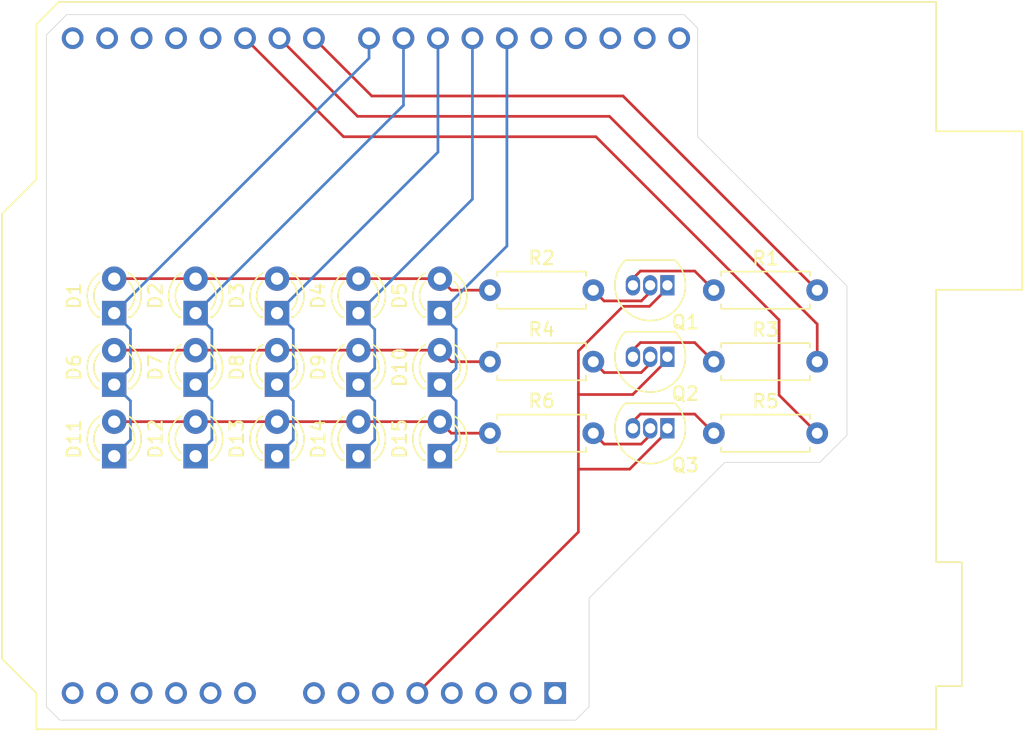
<source format=kicad_pcb>
(kicad_pcb (version 20240108) (generator "pcbnew") (generator_version "8.0")
  (layers (0 "F.Cu" signal) (31 "B.Cu" signal) (34 "B.Paste" user) (35 "F.Paste" user) (36 "B.SilkS" user "B.Silkscreen") (37 "F.SilkS" user "F.Silkscreen") (38 "B.Mask" user) (39 "F.Mask" user) (44 "Edge.Cuts" user))
  (net 0 "")
  (net 1 "Net-(A1-D6)")
  (net 11 "+5V")
  (net 19 "Net-(A1-D5)")
  (net 20 "Net-(A1-D10)")
  (net 21 "Net-(A1-D9)")
  (net 23 "Net-(A1-D7)")
  (net 24 "Net-(A1-D11)")
  (net 25 "Net-(A1-D12)")
  (net 32 "Net-(A1-D8)")
  (net 33 "Net-(D1-A)")
  (net 34 "Net-(D10-A)")
  (net 35 "Net-(D11-A)")
  (net 36 "Net-(Q1-B)")
  (net 37 "Net-(Q1-C)")
  (net 38 "Net-(Q2-B)")
  (net 39 "Net-(Q2-C)")
  (net 40 "Net-(Q3-B)")
  (net 41 "Net-(Q3-C)")
  (footprint "Resistor_THT:R_Axial_DIN0207_L6.3mm_D2.5mm_P7.62mm_Horizontal" (layer "F.Cu") (at 170.81 81.81 180)
    (property "Reference" "R1" (at 3.81 2.35 180) (layer "F.SilkS"))
    (property "Value" "1k")
    (fp_line (start 7.08 1.37) (end 7.08 1.04) (stroke (width 0.12)) (layer "F.SilkS"))
    (fp_line (start 7.08 -1.37) (end 7.08 -1.04) (stroke (width 0.12)) (layer "F.SilkS"))
    (fp_line (start 0.54 1.37) (end 7.08 1.37) (stroke (width 0.12)) (layer "F.SilkS"))
    (fp_line (start 0.54 1.04) (end 0.54 1.37) (stroke (width 0.12)) (layer "F.SilkS"))
    (fp_line (start 0.54 -1.04) (end 0.54 -1.37) (stroke (width 0.12)) (layer "F.SilkS"))
    (fp_line (start 0.54 -1.37) (end 7.08 -1.37) (stroke (width 0.12)) (layer "F.SilkS"))
    (pad "1" thru_hole circle (at 0 0 180) (size 1.6 1.6) (drill 0.8) (layers "*.Cu" "*.Mask") (net 23 "Net-(A1-D7)"))
    (pad "2" thru_hole oval (at 7.62 0 180) (size 1.6 1.6) (drill 0.8) (layers "*.Cu" "*.Mask") (net 36 "Net-(Q1-B)"))
  )
  (footprint "Resistor_THT:R_Axial_DIN0207_L6.3mm_D2.5mm_P7.62mm_Horizontal" (layer "F.Cu") (at 146.69 92.35)
    (property "Reference" "R6" (at 3.81 -2.37 0) (layer "F.SilkS"))
    (property "Value" "2.2k")
    (fp_line (start 0.54 -1.37) (end 7.08 -1.37) (stroke (width 0.12)) (layer "F.SilkS"))
    (fp_line (start 0.54 -1.04) (end 0.54 -1.37) (stroke (width 0.12)) (layer "F.SilkS"))
    (fp_line (start 0.54 1.04) (end 0.54 1.37) (stroke (width 0.12)) (layer "F.SilkS"))
    (fp_line (start 0.54 1.37) (end 7.08 1.37) (stroke (width 0.12)) (layer "F.SilkS"))
    (fp_line (start 7.08 -1.37) (end 7.08 -1.04) (stroke (width 0.12)) (layer "F.SilkS"))
    (fp_line (start 7.08 1.37) (end 7.08 1.04) (stroke (width 0.12)) (layer "F.SilkS"))
    (pad "1" thru_hole circle (at 0 0) (size 1.6 1.6) (drill 0.8) (layers "*.Cu" "*.Mask") (net 35 "Net-(D11-A)"))
    (pad "2" thru_hole oval (at 7.62 0) (size 1.6 1.6) (drill 0.8) (layers "*.Cu" "*.Mask") (net 41 "Net-(Q3-C)"))
  )
  (footprint "LED_THT:LED_D3.0mm" (layer "F.Cu") (at 119 88.77 90)
    (property "Reference" "D6" (at 1.27 -2.96 -90) (layer "F.SilkS"))
    (property "Value" "LED_45deg")
    (fp_line (start -0.29 -1.236) (end -0.29 -1.08) (stroke (width 0.12)) (layer "F.SilkS"))
    (fp_line (start -0.29 1.08) (end -0.29 1.236) (stroke (width 0.12)) (layer "F.SilkS"))
    (fp_arc (start -0.29 -1.235516) (mid 1.366487 -1.987659) (end 2.942335 -1.078608) (stroke (width 0.12)) (layer "F.SilkS"))
    (fp_arc (start 0.229039 -1.08) (mid 1.270117 -1.5) (end 2.31113 -1.079837) (stroke (width 0.12)) (layer "F.SilkS"))
    (fp_arc (start 2.942335 1.078608) (mid 1.366487 1.987659) (end -0.29 1.235516) (stroke (width 0.12)) (layer "F.SilkS"))
    (fp_arc (start 2.31113 1.079837) (mid 1.270117 1.5) (end 0.229039 1.08) (stroke (width 0.12)) (layer "F.SilkS"))
    (pad "1" thru_hole rect (at 0 0 90) (size 1.8 1.8) (drill 0.9) (layers "*.Cu" "*.Mask") (net 32 "Net-(A1-D8)"))
    (pad "2" thru_hole circle (at 2.54 0 90) (size 1.8 1.8) (drill 0.9) (layers "*.Cu" "*.Mask") (net 34 "Net-(D10-A)"))
  )
  (footprint "LED_THT:LED_D3.0mm" (layer "F.Cu") (at 143 88.77 90)
    (property "Reference" "D10" (at 1.27 -2.96 -90) (layer "F.SilkS"))
    (property "Value" "LED_45deg")
    (fp_line (start -0.29 -1.236) (end -0.29 -1.08) (stroke (width 0.12)) (layer "F.SilkS"))
    (fp_line (start -0.29 1.08) (end -0.29 1.236) (stroke (width 0.12)) (layer "F.SilkS"))
    (fp_arc (start -0.29 -1.235516) (mid 1.366487 -1.987659) (end 2.942335 -1.078608) (stroke (width 0.12)) (layer "F.SilkS"))
    (fp_arc (start 0.229039 -1.08) (mid 1.270117 -1.5) (end 2.31113 -1.079837) (stroke (width 0.12)) (layer "F.SilkS"))
    (fp_arc (start 2.942335 1.078608) (mid 1.366487 1.987659) (end -0.29 1.235516) (stroke (width 0.12)) (layer "F.SilkS"))
    (fp_arc (start 2.31113 1.079837) (mid 1.270117 1.5) (end 0.229039 1.08) (stroke (width 0.12)) (layer "F.SilkS"))
    (pad "1" thru_hole rect (at 0 0 90) (size 1.8 1.8) (drill 0.9) (layers "*.Cu" "*.Mask") (net 25 "Net-(A1-D12)"))
    (pad "2" thru_hole circle (at 2.54 0 90) (size 1.8 1.8) (drill 0.9) (layers "*.Cu" "*.Mask") (net 34 "Net-(D10-A)"))
  )
  (footprint "LED_THT:LED_D3.0mm" (layer "F.Cu") (at 143 94.04 90)
    (property "Reference" "D15" (at 1.27 -2.96 -90) (layer "F.SilkS"))
    (property "Value" "LED_45deg")
    (fp_line (start -0.29 -1.236) (end -0.29 -1.08) (stroke (width 0.12)) (layer "F.SilkS"))
    (fp_line (start -0.29 1.08) (end -0.29 1.236) (stroke (width 0.12)) (layer "F.SilkS"))
    (fp_arc (start -0.29 -1.235516) (mid 1.366487 -1.987659) (end 2.942335 -1.078608) (stroke (width 0.12)) (layer "F.SilkS"))
    (fp_arc (start 0.229039 -1.08) (mid 1.270117 -1.5) (end 2.31113 -1.079837) (stroke (width 0.12)) (layer "F.SilkS"))
    (fp_arc (start 2.942335 1.078608) (mid 1.366487 1.987659) (end -0.29 1.235516) (stroke (width 0.12)) (layer "F.SilkS"))
    (fp_arc (start 2.31113 1.079837) (mid 1.270117 1.5) (end 0.229039 1.08) (stroke (width 0.12)) (layer "F.SilkS"))
    (pad "1" thru_hole rect (at 0 0 90) (size 1.8 1.8) (drill 0.9) (layers "*.Cu" "*.Mask") (net 25 "Net-(A1-D12)"))
    (pad "2" thru_hole circle (at 2.54 0 90) (size 1.8 1.8) (drill 0.9) (layers "*.Cu" "*.Mask") (net 35 "Net-(D11-A)"))
  )
  (footprint "LED_THT:LED_D3.0mm" (layer "F.Cu") (at 119 94.04 90)
    (property "Reference" "D11" (at 1.27 -2.96 -90) (layer "F.SilkS"))
    (property "Value" "LED_45deg")
    (fp_line (start -0.29 -1.236) (end -0.29 -1.08) (stroke (width 0.12)) (layer "F.SilkS"))
    (fp_line (start -0.29 1.08) (end -0.29 1.236) (stroke (width 0.12)) (layer "F.SilkS"))
    (fp_arc (start -0.29 -1.235516) (mid 1.366487 -1.987659) (end 2.942335 -1.078608) (stroke (width 0.12)) (layer "F.SilkS"))
    (fp_arc (start 0.229039 -1.08) (mid 1.270117 -1.5) (end 2.31113 -1.079837) (stroke (width 0.12)) (layer "F.SilkS"))
    (fp_arc (start 2.942335 1.078608) (mid 1.366487 1.987659) (end -0.29 1.235516) (stroke (width 0.12)) (layer "F.SilkS"))
    (fp_arc (start 2.31113 1.079837) (mid 1.270117 1.5) (end 0.229039 1.08) (stroke (width 0.12)) (layer "F.SilkS"))
    (pad "1" thru_hole rect (at 0 0 90) (size 1.8 1.8) (drill 0.9) (layers "*.Cu" "*.Mask") (net 32 "Net-(A1-D8)"))
    (pad "2" thru_hole circle (at 2.54 0 90) (size 1.8 1.8) (drill 0.9) (layers "*.Cu" "*.Mask") (net 35 "Net-(D11-A)"))
  )
  (footprint "LED_THT:LED_D3.0mm" (layer "F.Cu") (at 125 83.5 90)
    (property "Reference" "D2" (at 1.27 -2.96 -90) (layer "F.SilkS"))
    (property "Value" "LED_45deg")
    (fp_line (start -0.29 -1.236) (end -0.29 -1.08) (stroke (width 0.12)) (layer "F.SilkS"))
    (fp_line (start -0.29 1.08) (end -0.29 1.236) (stroke (width 0.12)) (layer "F.SilkS"))
    (fp_arc (start -0.29 -1.235516) (mid 1.366487 -1.987659) (end 2.942335 -1.078608) (stroke (width 0.12)) (layer "F.SilkS"))
    (fp_arc (start 0.229039 -1.08) (mid 1.270117 -1.5) (end 2.31113 -1.079837) (stroke (width 0.12)) (layer "F.SilkS"))
    (fp_arc (start 2.942335 1.078608) (mid 1.366487 1.987659) (end -0.29 1.235516) (stroke (width 0.12)) (layer "F.SilkS"))
    (fp_arc (start 2.31113 1.079837) (mid 1.270117 1.5) (end 0.229039 1.08) (stroke (width 0.12)) (layer "F.SilkS"))
    (pad "1" thru_hole rect (at 0 0 90) (size 1.8 1.8) (drill 0.9) (layers "*.Cu" "*.Mask") (net 21 "Net-(A1-D9)"))
    (pad "2" thru_hole circle (at 2.54 0 90) (size 1.8 1.8) (drill 0.9) (layers "*.Cu" "*.Mask") (net 33 "Net-(D1-A)"))
  )
  (footprint "LED_THT:LED_D3.0mm" (layer "F.Cu") (at 131 94.04 90)
    (property "Reference" "D13" (at 1.27 -2.96 -90) (layer "F.SilkS"))
    (property "Value" "LED_45deg")
    (fp_line (start -0.29 -1.236) (end -0.29 -1.08) (stroke (width 0.12)) (layer "F.SilkS"))
    (fp_line (start -0.29 1.08) (end -0.29 1.236) (stroke (width 0.12)) (layer "F.SilkS"))
    (fp_arc (start -0.29 -1.235516) (mid 1.366487 -1.987659) (end 2.942335 -1.078608) (stroke (width 0.12)) (layer "F.SilkS"))
    (fp_arc (start 0.229039 -1.08) (mid 1.270117 -1.5) (end 2.31113 -1.079837) (stroke (width 0.12)) (layer "F.SilkS"))
    (fp_arc (start 2.942335 1.078608) (mid 1.366487 1.987659) (end -0.29 1.235516) (stroke (width 0.12)) (layer "F.SilkS"))
    (fp_arc (start 2.31113 1.079837) (mid 1.270117 1.5) (end 0.229039 1.08) (stroke (width 0.12)) (layer "F.SilkS"))
    (pad "1" thru_hole rect (at 0 0 90) (size 1.8 1.8) (drill 0.9) (layers "*.Cu" "*.Mask") (net 20 "Net-(A1-D10)"))
    (pad "2" thru_hole circle (at 2.54 0 90) (size 1.8 1.8) (drill 0.9) (layers "*.Cu" "*.Mask") (net 35 "Net-(D11-A)"))
  )
  (footprint "Package_TO_SOT_THT:TO-92_Inline" (layer "F.Cu") (at 159.77 81.45 180)
    (property "Reference" "Q1" (at -1.317475 -2.717092 180) (layer "F.SilkS"))
    (property "Value" "Q_PNP_ECB")
    (fp_line (start -0.53 1.85) (end 3.07 1.85) (stroke (width 0.12)) (layer "F.SilkS"))
    (fp_arc (start 1.27 -2.6) (mid 3.672087 -0.994977) (end 3.108478 1.838478) (stroke (width 0.12)) (layer "F.SilkS"))
    (fp_arc (start -0.568478 1.838478) (mid -1.132087 -0.994977) (end 1.27 -2.6) (stroke (width 0.12)) (layer "F.SilkS"))
    (pad "1" thru_hole rect (at 0 0 180) (size 1.05 1.5) (drill 0.75) (layers "*.Cu" "*.Mask") (net 11 "+5V"))
    (pad "2" thru_hole oval (at 1.27 0 180) (size 1.05 1.5) (drill 0.75) (layers "*.Cu" "*.Mask") (net 37 "Net-(Q1-C)"))
    (pad "3" thru_hole oval (at 2.54 0 180) (size 1.05 1.5) (drill 0.75) (layers "*.Cu" "*.Mask") (net 36 "Net-(Q1-B)"))
  )
  (footprint "Package_TO_SOT_THT:TO-92_Inline" (layer "F.Cu") (at 159.77 91.99 180)
    (property "Reference" "Q3" (at -1.317475 -2.717092 180) (layer "F.SilkS"))
    (property "Value" "Q_PNP_ECB")
    (fp_line (start -0.53 1.85) (end 3.07 1.85) (stroke (width 0.12)) (layer "F.SilkS"))
    (fp_arc (start 1.27 -2.6) (mid 3.672087 -0.994977) (end 3.108478 1.838478) (stroke (width 0.12)) (layer "F.SilkS"))
    (fp_arc (start -0.568478 1.838478) (mid -1.132087 -0.994977) (end 1.27 -2.6) (stroke (width 0.12)) (layer "F.SilkS"))
    (pad "1" thru_hole rect (at 0 0 180) (size 1.05 1.5) (drill 0.75) (layers "*.Cu" "*.Mask") (net 11 "+5V"))
    (pad "2" thru_hole oval (at 1.27 0 180) (size 1.05 1.5) (drill 0.75) (layers "*.Cu" "*.Mask") (net 41 "Net-(Q3-C)"))
    (pad "3" thru_hole oval (at 2.54 0 180) (size 1.05 1.5) (drill 0.75) (layers "*.Cu" "*.Mask") (net 40 "Net-(Q3-B)"))
  )
  (footprint "LED_THT:LED_D3.0mm" (layer "F.Cu") (at 137 94.04 90)
    (property "Reference" "D14" (at 1.27 -2.96 -90) (layer "F.SilkS"))
    (property "Value" "LED_45deg")
    (fp_line (start -0.29 -1.236) (end -0.29 -1.08) (stroke (width 0.12)) (layer "F.SilkS"))
    (fp_line (start -0.29 1.08) (end -0.29 1.236) (stroke (width 0.12)) (layer "F.SilkS"))
    (fp_arc (start -0.29 -1.235516) (mid 1.366487 -1.987659) (end 2.942335 -1.078608) (stroke (width 0.12)) (layer "F.SilkS"))
    (fp_arc (start 0.229039 -1.08) (mid 1.270117 -1.5) (end 2.31113 -1.079837) (stroke (width 0.12)) (layer "F.SilkS"))
    (fp_arc (start 2.942335 1.078608) (mid 1.366487 1.987659) (end -0.29 1.235516) (stroke (width 0.12)) (layer "F.SilkS"))
    (fp_arc (start 2.31113 1.079837) (mid 1.270117 1.5) (end 0.229039 1.08) (stroke (width 0.12)) (layer "F.SilkS"))
    (pad "1" thru_hole rect (at 0 0 90) (size 1.8 1.8) (drill 0.9) (layers "*.Cu" "*.Mask") (net 24 "Net-(A1-D11)"))
    (pad "2" thru_hole circle (at 2.54 0 90) (size 1.8 1.8) (drill 0.9) (layers "*.Cu" "*.Mask") (net 35 "Net-(D11-A)"))
  )
  (footprint "Resistor_THT:R_Axial_DIN0207_L6.3mm_D2.5mm_P7.62mm_Horizontal" (layer "F.Cu") (at 146.69 81.81)
    (property "Reference" "R2" (at 3.81 -2.37 0) (layer "F.SilkS"))
    (property "Value" "2.2k")
    (fp_line (start 0.54 -1.37) (end 7.08 -1.37) (stroke (width 0.12)) (layer "F.SilkS"))
    (fp_line (start 0.54 -1.04) (end 0.54 -1.37) (stroke (width 0.12)) (layer "F.SilkS"))
    (fp_line (start 0.54 1.04) (end 0.54 1.37) (stroke (width 0.12)) (layer "F.SilkS"))
    (fp_line (start 0.54 1.37) (end 7.08 1.37) (stroke (width 0.12)) (layer "F.SilkS"))
    (fp_line (start 7.08 -1.37) (end 7.08 -1.04) (stroke (width 0.12)) (layer "F.SilkS"))
    (fp_line (start 7.08 1.37) (end 7.08 1.04) (stroke (width 0.12)) (layer "F.SilkS"))
    (pad "1" thru_hole circle (at 0 0) (size 1.6 1.6) (drill 0.8) (layers "*.Cu" "*.Mask") (net 33 "Net-(D1-A)"))
    (pad "2" thru_hole oval (at 7.62 0) (size 1.6 1.6) (drill 0.8) (layers "*.Cu" "*.Mask") (net 37 "Net-(Q1-C)"))
  )
  (footprint "LED_THT:LED_D3.0mm" (layer "F.Cu") (at 131 83.5 90)
    (property "Reference" "D3" (at 1.27 -2.96 -90) (layer "F.SilkS"))
    (property "Value" "LED_45deg")
    (fp_line (start -0.29 -1.236) (end -0.29 -1.08) (stroke (width 0.12)) (layer "F.SilkS"))
    (fp_line (start -0.29 1.08) (end -0.29 1.236) (stroke (width 0.12)) (layer "F.SilkS"))
    (fp_arc (start -0.29 -1.235516) (mid 1.366487 -1.987659) (end 2.942335 -1.078608) (stroke (width 0.12)) (layer "F.SilkS"))
    (fp_arc (start 0.229039 -1.08) (mid 1.270117 -1.5) (end 2.31113 -1.079837) (stroke (width 0.12)) (layer "F.SilkS"))
    (fp_arc (start 2.942335 1.078608) (mid 1.366487 1.987659) (end -0.29 1.235516) (stroke (width 0.12)) (layer "F.SilkS"))
    (fp_arc (start 2.31113 1.079837) (mid 1.270117 1.5) (end 0.229039 1.08) (stroke (width 0.12)) (layer "F.SilkS"))
    (pad "1" thru_hole rect (at 0 0 90) (size 1.8 1.8) (drill 0.9) (layers "*.Cu" "*.Mask") (net 20 "Net-(A1-D10)"))
    (pad "2" thru_hole circle (at 2.54 0 90) (size 1.8 1.8) (drill 0.9) (layers "*.Cu" "*.Mask") (net 33 "Net-(D1-A)"))
  )
  (footprint "LED_THT:LED_D3.0mm" (layer "F.Cu") (at 119 83.5 90)
    (property "Reference" "D1" (at 1.27 -2.96 -90) (layer "F.SilkS"))
    (property "Value" "LED_45deg")
    (fp_line (start -0.29 -1.236) (end -0.29 -1.08) (stroke (width 0.12)) (layer "F.SilkS"))
    (fp_line (start -0.29 1.08) (end -0.29 1.236) (stroke (width 0.12)) (layer "F.SilkS"))
    (fp_arc (start -0.29 -1.235516) (mid 1.366487 -1.987659) (end 2.942335 -1.078608) (stroke (width 0.12)) (layer "F.SilkS"))
    (fp_arc (start 0.229039 -1.08) (mid 1.270117 -1.5) (end 2.31113 -1.079837) (stroke (width 0.12)) (layer "F.SilkS"))
    (fp_arc (start 2.942335 1.078608) (mid 1.366487 1.987659) (end -0.29 1.235516) (stroke (width 0.12)) (layer "F.SilkS"))
    (fp_arc (start 2.31113 1.079837) (mid 1.270117 1.5) (end 0.229039 1.08) (stroke (width 0.12)) (layer "F.SilkS"))
    (pad "1" thru_hole rect (at 0 0 90) (size 1.8 1.8) (drill 0.9) (layers "*.Cu" "*.Mask") (net 32 "Net-(A1-D8)"))
    (pad "2" thru_hole circle (at 2.54 0 90) (size 1.8 1.8) (drill 0.9) (layers "*.Cu" "*.Mask") (net 33 "Net-(D1-A)"))
  )
  (footprint "Resistor_THT:R_Axial_DIN0207_L6.3mm_D2.5mm_P7.62mm_Horizontal" (layer "F.Cu") (at 170.81 92.35 180)
    (property "Reference" "R5" (at 3.81 2.35 180) (layer "F.SilkS"))
    (property "Value" "1k")
    (fp_line (start 7.08 1.37) (end 7.08 1.04) (stroke (width 0.12)) (layer "F.SilkS"))
    (fp_line (start 7.08 -1.37) (end 7.08 -1.04) (stroke (width 0.12)) (layer "F.SilkS"))
    (fp_line (start 0.54 1.37) (end 7.08 1.37) (stroke (width 0.12)) (layer "F.SilkS"))
    (fp_line (start 0.54 1.04) (end 0.54 1.37) (stroke (width 0.12)) (layer "F.SilkS"))
    (fp_line (start 0.54 -1.04) (end 0.54 -1.37) (stroke (width 0.12)) (layer "F.SilkS"))
    (fp_line (start 0.54 -1.37) (end 7.08 -1.37) (stroke (width 0.12)) (layer "F.SilkS"))
    (pad "1" thru_hole circle (at 0 0 180) (size 1.6 1.6) (drill 0.8) (layers "*.Cu" "*.Mask") (net 19 "Net-(A1-D5)"))
    (pad "2" thru_hole oval (at 7.62 0 180) (size 1.6 1.6) (drill 0.8) (layers "*.Cu" "*.Mask") (net 40 "Net-(Q3-B)"))
  )
  (footprint "LED_THT:LED_D3.0mm" (layer "F.Cu") (at 137 88.77 90)
    (property "Reference" "D9" (at 1.27 -2.96 -90) (layer "F.SilkS"))
    (property "Value" "LED_45deg")
    (fp_line (start -0.29 -1.236) (end -0.29 -1.08) (stroke (width 0.12)) (layer "F.SilkS"))
    (fp_line (start -0.29 1.08) (end -0.29 1.236) (stroke (width 0.12)) (layer "F.SilkS"))
    (fp_arc (start -0.29 -1.235516) (mid 1.366487 -1.987659) (end 2.942335 -1.078608) (stroke (width 0.12)) (layer "F.SilkS"))
    (fp_arc (start 0.229039 -1.08) (mid 1.270117 -1.5) (end 2.31113 -1.079837) (stroke (width 0.12)) (layer "F.SilkS"))
    (fp_arc (start 2.942335 1.078608) (mid 1.366487 1.987659) (end -0.29 1.235516) (stroke (width 0.12)) (layer "F.SilkS"))
    (fp_arc (start 2.31113 1.079837) (mid 1.270117 1.5) (end 0.229039 1.08) (stroke (width 0.12)) (layer "F.SilkS"))
    (pad "1" thru_hole rect (at 0 0 90) (size 1.8 1.8) (drill 0.9) (layers "*.Cu" "*.Mask") (net 24 "Net-(A1-D11)"))
    (pad "2" thru_hole circle (at 2.54 0 90) (size 1.8 1.8) (drill 0.9) (layers "*.Cu" "*.Mask") (net 34 "Net-(D10-A)"))
  )
  (footprint "LED_THT:LED_D3.0mm" (layer "F.Cu") (at 137 83.5 90)
    (property "Reference" "D4" (at 1.27 -2.96 -90) (layer "F.SilkS"))
    (property "Value" "LED_45deg")
    (fp_line (start -0.29 -1.236) (end -0.29 -1.08) (stroke (width 0.12)) (layer "F.SilkS"))
    (fp_line (start -0.29 1.08) (end -0.29 1.236) (stroke (width 0.12)) (layer "F.SilkS"))
    (fp_arc (start -0.29 -1.235516) (mid 1.366487 -1.987659) (end 2.942335 -1.078608) (stroke (width 0.12)) (layer "F.SilkS"))
    (fp_arc (start 0.229039 -1.08) (mid 1.270117 -1.5) (end 2.31113 -1.079837) (stroke (width 0.12)) (layer "F.SilkS"))
    (fp_arc (start 2.942335 1.078608) (mid 1.366487 1.987659) (end -0.29 1.235516) (stroke (width 0.12)) (layer "F.SilkS"))
    (fp_arc (start 2.31113 1.079837) (mid 1.270117 1.5) (end 0.229039 1.08) (stroke (width 0.12)) (layer "F.SilkS"))
    (pad "1" thru_hole rect (at 0 0 90) (size 1.8 1.8) (drill 0.9) (layers "*.Cu" "*.Mask") (net 24 "Net-(A1-D11)"))
    (pad "2" thru_hole circle (at 2.54 0 90) (size 1.8 1.8) (drill 0.9) (layers "*.Cu" "*.Mask") (net 33 "Net-(D1-A)"))
  )
  (footprint "LED_THT:LED_D3.0mm" (layer "F.Cu") (at 125 88.77 90)
    (property "Reference" "D7" (at 1.27 -2.96 -90) (layer "F.SilkS"))
    (property "Value" "LED_45deg")
    (fp_line (start -0.29 -1.236) (end -0.29 -1.08) (stroke (width 0.12)) (layer "F.SilkS"))
    (fp_line (start -0.29 1.08) (end -0.29 1.236) (stroke (width 0.12)) (layer "F.SilkS"))
    (fp_arc (start -0.29 -1.235516) (mid 1.366487 -1.987659) (end 2.942335 -1.078608) (stroke (width 0.12)) (layer "F.SilkS"))
    (fp_arc (start 0.229039 -1.08) (mid 1.270117 -1.5) (end 2.31113 -1.079837) (stroke (width 0.12)) (layer "F.SilkS"))
    (fp_arc (start 2.942335 1.078608) (mid 1.366487 1.987659) (end -0.29 1.235516) (stroke (width 0.12)) (layer "F.SilkS"))
    (fp_arc (start 2.31113 1.079837) (mid 1.270117 1.5) (end 0.229039 1.08) (stroke (width 0.12)) (layer "F.SilkS"))
    (pad "1" thru_hole rect (at 0 0 90) (size 1.8 1.8) (drill 0.9) (layers "*.Cu" "*.Mask") (net 21 "Net-(A1-D9)"))
    (pad "2" thru_hole circle (at 2.54 0 90) (size 1.8 1.8) (drill 0.9) (layers "*.Cu" "*.Mask") (net 34 "Net-(D10-A)"))
  )
  (footprint "Package_TO_SOT_THT:TO-92_Inline" (layer "F.Cu") (at 159.77 86.72 180)
    (property "Reference" "Q2" (at -1.317475 -2.717092 180) (layer "F.SilkS"))
    (property "Value" "Q_PNP_ECB")
    (fp_line (start -0.53 1.85) (end 3.07 1.85) (stroke (width 0.12)) (layer "F.SilkS"))
    (fp_arc (start 1.27 -2.6) (mid 3.672087 -0.994977) (end 3.108478 1.838478) (stroke (width 0.12)) (layer "F.SilkS"))
    (fp_arc (start -0.568478 1.838478) (mid -1.132087 -0.994977) (end 1.27 -2.6) (stroke (width 0.12)) (layer "F.SilkS"))
    (pad "1" thru_hole rect (at 0 0 180) (size 1.05 1.5) (drill 0.75) (layers "*.Cu" "*.Mask") (net 11 "+5V"))
    (pad "2" thru_hole oval (at 1.27 0 180) (size 1.05 1.5) (drill 0.75) (layers "*.Cu" "*.Mask") (net 39 "Net-(Q2-C)"))
    (pad "3" thru_hole oval (at 2.54 0 180) (size 1.05 1.5) (drill 0.75) (layers "*.Cu" "*.Mask") (net 38 "Net-(Q2-B)"))
  )
  (footprint "LED_THT:LED_D3.0mm" (layer "F.Cu") (at 125 94.04 90)
    (property "Reference" "D12" (at 1.27 -2.96 -90) (layer "F.SilkS"))
    (property "Value" "LED_45deg")
    (fp_line (start -0.29 -1.236) (end -0.29 -1.08) (stroke (width 0.12)) (layer "F.SilkS"))
    (fp_line (start -0.29 1.08) (end -0.29 1.236) (stroke (width 0.12)) (layer "F.SilkS"))
    (fp_arc (start -0.29 -1.235516) (mid 1.366487 -1.987659) (end 2.942335 -1.078608) (stroke (width 0.12)) (layer "F.SilkS"))
    (fp_arc (start 0.229039 -1.08) (mid 1.270117 -1.5) (end 2.31113 -1.079837) (stroke (width 0.12)) (layer "F.SilkS"))
    (fp_arc (start 2.942335 1.078608) (mid 1.366487 1.987659) (end -0.29 1.235516) (stroke (width 0.12)) (layer "F.SilkS"))
    (fp_arc (start 2.31113 1.079837) (mid 1.270117 1.5) (end 0.229039 1.08) (stroke (width 0.12)) (layer "F.SilkS"))
    (pad "1" thru_hole rect (at 0 0 90) (size 1.8 1.8) (drill 0.9) (layers "*.Cu" "*.Mask") (net 21 "Net-(A1-D9)"))
    (pad "2" thru_hole circle (at 2.54 0 90) (size 1.8 1.8) (drill 0.9) (layers "*.Cu" "*.Mask") (net 35 "Net-(D11-A)"))
  )
  (footprint "Resistor_THT:R_Axial_DIN0207_L6.3mm_D2.5mm_P7.62mm_Horizontal" (layer "F.Cu") (at 146.69 87.08)
    (property "Reference" "R4" (at 3.81 -2.37 0) (layer "F.SilkS"))
    (property "Value" "2.2k")
    (fp_line (start 0.54 -1.37) (end 7.08 -1.37) (stroke (width 0.12)) (layer "F.SilkS"))
    (fp_line (start 0.54 -1.04) (end 0.54 -1.37) (stroke (width 0.12)) (layer "F.SilkS"))
    (fp_line (start 0.54 1.04) (end 0.54 1.37) (stroke (width 0.12)) (layer "F.SilkS"))
    (fp_line (start 0.54 1.37) (end 7.08 1.37) (stroke (width 0.12)) (layer "F.SilkS"))
    (fp_line (start 7.08 -1.37) (end 7.08 -1.04) (stroke (width 0.12)) (layer "F.SilkS"))
    (fp_line (start 7.08 1.37) (end 7.08 1.04) (stroke (width 0.12)) (layer "F.SilkS"))
    (pad "1" thru_hole circle (at 0 0) (size 1.6 1.6) (drill 0.8) (layers "*.Cu" "*.Mask") (net 34 "Net-(D10-A)"))
    (pad "2" thru_hole oval (at 7.62 0) (size 1.6 1.6) (drill 0.8) (layers "*.Cu" "*.Mask") (net 39 "Net-(Q2-C)"))
  )
  (footprint "Resistor_THT:R_Axial_DIN0207_L6.3mm_D2.5mm_P7.62mm_Horizontal" (layer "F.Cu") (at 170.81 87.08 180)
    (property "Reference" "R3" (at 3.81 2.35 180) (layer "F.SilkS"))
    (property "Value" "1k")
    (fp_line (start 7.08 1.37) (end 7.08 1.04) (stroke (width 0.12)) (layer "F.SilkS"))
    (fp_line (start 7.08 -1.37) (end 7.08 -1.04) (stroke (width 0.12)) (layer "F.SilkS"))
    (fp_line (start 0.54 1.37) (end 7.08 1.37) (stroke (width 0.12)) (layer "F.SilkS"))
    (fp_line (start 0.54 1.04) (end 0.54 1.37) (stroke (width 0.12)) (layer "F.SilkS"))
    (fp_line (start 0.54 -1.04) (end 0.54 -1.37) (stroke (width 0.12)) (layer "F.SilkS"))
    (fp_line (start 0.54 -1.37) (end 7.08 -1.37) (stroke (width 0.12)) (layer "F.SilkS"))
    (pad "1" thru_hole circle (at 0 0 180) (size 1.6 1.6) (drill 0.8) (layers "*.Cu" "*.Mask") (net 1 "Net-(A1-D6)"))
    (pad "2" thru_hole oval (at 7.62 0 180) (size 1.6 1.6) (drill 0.8) (layers "*.Cu" "*.Mask") (net 38 "Net-(Q2-B)"))
  )
  (footprint "LED_THT:LED_D3.0mm" (layer "F.Cu") (at 131 88.77 90)
    (property "Reference" "D8" (at 1.27 -2.96 -90) (layer "F.SilkS"))
    (property "Value" "LED_45deg")
    (fp_line (start -0.29 -1.236) (end -0.29 -1.08) (stroke (width 0.12)) (layer "F.SilkS"))
    (fp_line (start -0.29 1.08) (end -0.29 1.236) (stroke (width 0.12)) (layer "F.SilkS"))
    (fp_arc (start -0.29 -1.235516) (mid 1.366487 -1.987659) (end 2.942335 -1.078608) (stroke (width 0.12)) (layer "F.SilkS"))
    (fp_arc (start 0.229039 -1.08) (mid 1.270117 -1.5) (end 2.31113 -1.079837) (stroke (width 0.12)) (layer "F.SilkS"))
    (fp_arc (start 2.942335 1.078608) (mid 1.366487 1.987659) (end -0.29 1.235516) (stroke (width 0.12)) (layer "F.SilkS"))
    (fp_arc (start 2.31113 1.079837) (mid 1.270117 1.5) (end 0.229039 1.08) (stroke (width 0.12)) (layer "F.SilkS"))
    (pad "1" thru_hole rect (at 0 0 90) (size 1.8 1.8) (drill 0.9) (layers "*.Cu" "*.Mask") (net 20 "Net-(A1-D10)"))
    (pad "2" thru_hole circle (at 2.54 0 90) (size 1.8 1.8) (drill 0.9) (layers "*.Cu" "*.Mask") (net 34 "Net-(D10-A)"))
  )
  (footprint "Module:Arduino_UNO_R3" (layer "F.Cu") (at 151.5 111.5 180)
    (property "Reference" "A1" (hide yes))
    (property "Value" "Arduino_UNO_R3")
    (fp_line (start 40.77 35.31) (end 40.77 2.54) (stroke (width 0.12)) (layer "F.SilkS"))
    (fp_line (start 40.77 2.54) (end 38.23 0) (stroke (width 0.12)) (layer "F.SilkS"))
    (fp_line (start 38.23 49.28) (end 38.23 37.85) (stroke (width 0.12)) (layer "F.SilkS"))
    (fp_line (start 38.23 37.85) (end 40.77 35.31) (stroke (width 0.12)) (layer "F.SilkS"))
    (fp_line (start 38.23 0) (end 38.23 -2.67) (stroke (width 0.12)) (layer "F.SilkS"))
    (fp_line (start 38.23 -2.67) (end -28.07 -2.67) (stroke (width 0.12)) (layer "F.SilkS"))
    (fp_line (start 36.58 50.93) (end 38.23 49.28) (stroke (width 0.12)) (layer "F.SilkS"))
    (fp_line (start -28.07 50.93) (end 36.58 50.93) (stroke (width 0.12)) (layer "F.SilkS"))
    (fp_line (start -28.07 41.4) (end -28.07 50.93) (stroke (width 0.12)) (layer "F.SilkS"))
    (fp_line (start -28.07 29.72) (end -34.42 29.72) (stroke (width 0.12)) (layer "F.SilkS"))
    (fp_line (start -28.07 9.65) (end -28.07 29.72) (stroke (width 0.12)) (layer "F.SilkS"))
    (fp_line (start -28.07 0.51) (end -29.97 0.51) (stroke (width 0.12)) (layer "F.SilkS"))
    (fp_line (start -28.07 -2.67) (end -28.07 0.51) (stroke (width 0.12)) (layer "F.SilkS"))
    (fp_line (start -29.97 9.65) (end -28.07 9.65) (stroke (width 0.12)) (layer "F.SilkS"))
    (fp_line (start -29.97 0.51) (end -29.97 9.65) (stroke (width 0.12)) (layer "F.SilkS"))
    (fp_line (start -34.42 41.4) (end -28.07 41.4) (stroke (width 0.12)) (layer "F.SilkS"))
    (fp_line (start -34.42 29.72) (end -34.42 41.4) (stroke (width 0.12)) (layer "F.SilkS"))
    (pad "1" thru_hole rect (at 0 0 270) (size 1.6 1.6) (drill 1) (layers "*.Cu" "*.Mask"))
    (pad "2" thru_hole oval (at 2.54 0 270) (size 1.6 1.6) (drill 1) (layers "*.Cu" "*.Mask"))
    (pad "3" thru_hole oval (at 5.08 0 270) (size 1.6 1.6) (drill 1) (layers "*.Cu" "*.Mask"))
    (pad "4" thru_hole oval (at 7.62 0 270) (size 1.6 1.6) (drill 1) (layers "*.Cu" "*.Mask"))
    (pad "5" thru_hole oval (at 10.16 0 270) (size 1.6 1.6) (drill 1) (layers "*.Cu" "*.Mask") (net 11 "+5V"))
    (pad "6" thru_hole oval (at 12.7 0 270) (size 1.6 1.6) (drill 1) (layers "*.Cu" "*.Mask"))
    (pad "7" thru_hole oval (at 15.24 0 270) (size 1.6 1.6) (drill 1) (layers "*.Cu" "*.Mask"))
    (pad "8" thru_hole oval (at 17.78 0 270) (size 1.6 1.6) (drill 1) (layers "*.Cu" "*.Mask"))
    (pad "9" thru_hole oval (at 22.86 0 270) (size 1.6 1.6) (drill 1) (layers "*.Cu" "*.Mask"))
    (pad "10" thru_hole oval (at 25.4 0 270) (size 1.6 1.6) (drill 1) (layers "*.Cu" "*.Mask"))
    (pad "11" thru_hole oval (at 27.94 0 270) (size 1.6 1.6) (drill 1) (layers "*.Cu" "*.Mask"))
    (pad "12" thru_hole oval (at 30.48 0 270) (size 1.6 1.6) (drill 1) (layers "*.Cu" "*.Mask"))
    (pad "13" thru_hole oval (at 33.02 0 270) (size 1.6 1.6) (drill 1) (layers "*.Cu" "*.Mask"))
    (pad "14" thru_hole oval (at 35.56 0 270) (size 1.6 1.6) (drill 1) (layers "*.Cu" "*.Mask"))
    (pad "15" thru_hole oval (at 35.56 48.26 270) (size 1.6 1.6) (drill 1) (layers "*.Cu" "*.Mask"))
    (pad "16" thru_hole oval (at 33.02 48.26 270) (size 1.6 1.6) (drill 1) (layers "*.Cu" "*.Mask"))
    (pad "17" thru_hole oval (at 30.48 48.26 270) (size 1.6 1.6) (drill 1) (layers "*.Cu" "*.Mask"))
    (pad "18" thru_hole oval (at 27.94 48.26 270) (size 1.6 1.6) (drill 1) (layers "*.Cu" "*.Mask"))
    (pad "19" thru_hole oval (at 25.4 48.26 270) (size 1.6 1.6) (drill 1) (layers "*.Cu" "*.Mask"))
    (pad "20" thru_hole oval (at 22.86 48.26 270) (size 1.6 1.6) (drill 1) (layers "*.Cu" "*.Mask") (net 19 "Net-(A1-D5)"))
    (pad "21" thru_hole oval (at 20.32 48.26 270) (size 1.6 1.6) (drill 1) (layers "*.Cu" "*.Mask") (net 1 "Net-(A1-D6)"))
    (pad "22" thru_hole oval (at 17.78 48.26 270) (size 1.6 1.6) (drill 1) (layers "*.Cu" "*.Mask") (net 23 "Net-(A1-D7)"))
    (pad "23" thru_hole oval (at 13.72 48.26 270) (size 1.6 1.6) (drill 1) (layers "*.Cu" "*.Mask") (net 32 "Net-(A1-D8)"))
    (pad "24" thru_hole oval (at 11.18 48.26 270) (size 1.6 1.6) (drill 1) (layers "*.Cu" "*.Mask") (net 21 "Net-(A1-D9)"))
    (pad "25" thru_hole oval (at 8.64 48.26 270) (size 1.6 1.6) (drill 1) (layers "*.Cu" "*.Mask") (net 20 "Net-(A1-D10)"))
    (pad "26" thru_hole oval (at 6.1 48.26 270) (size 1.6 1.6) (drill 1) (layers "*.Cu" "*.Mask") (net 24 "Net-(A1-D11)"))
    (pad "27" thru_hole oval (at 3.56 48.26 270) (size 1.6 1.6) (drill 1) (layers "*.Cu" "*.Mask") (net 25 "Net-(A1-D12)"))
    (pad "28" thru_hole oval (at 1.02 48.26 270) (size 1.6 1.6) (drill 1) (layers "*.Cu" "*.Mask"))
    (pad "29" thru_hole oval (at -1.52 48.26 270) (size 1.6 1.6) (drill 1) (layers "*.Cu" "*.Mask"))
    (pad "30" thru_hole oval (at -4.06 48.26 270) (size 1.6 1.6) (drill 1) (layers "*.Cu" "*.Mask"))
    (pad "31" thru_hole oval (at -6.6 48.26 270) (size 1.6 1.6) (drill 1) (layers "*.Cu" "*.Mask"))
    (pad "32" thru_hole oval (at -9.14 48.26 270) (size 1.6 1.6) (drill 1) (layers "*.Cu" "*.Mask"))
  )
  (footprint "LED_THT:LED_D3.0mm" (layer "F.Cu") (at 143 83.5 90)
    (property "Reference" "D5" (at 1.27 -2.96 -90) (layer "F.SilkS"))
    (property "Value" "LED_45deg")
    (fp_line (start -0.29 -1.236) (end -0.29 -1.08) (stroke (width 0.12)) (layer "F.SilkS"))
    (fp_line (start -0.29 1.08) (end -0.29 1.236) (stroke (width 0.12)) (layer "F.SilkS"))
    (fp_arc (start -0.29 -1.235516) (mid 1.366487 -1.987659) (end 2.942335 -1.078608) (stroke (width 0.12)) (layer "F.SilkS"))
    (fp_arc (start 0.229039 -1.08) (mid 1.270117 -1.5) (end 2.31113 -1.079837) (stroke (width 0.12)) (layer "F.SilkS"))
    (fp_arc (start 2.942335 1.078608) (mid 1.366487 1.987659) (end -0.29 1.235516) (stroke (width 0.12)) (layer "F.SilkS"))
    (fp_arc (start 2.31113 1.079837) (mid 1.270117 1.5) (end 0.229039 1.08) (stroke (width 0.12)) (layer "F.SilkS"))
    (pad "1" thru_hole rect (at 0 0 90) (size 1.8 1.8) (drill 0.9) (layers "*.Cu" "*.Mask") (net 25 "Net-(A1-D12)"))
    (pad "2" thru_hole circle (at 2.54 0 90) (size 1.8 1.8) (drill 0.9) (layers "*.Cu" "*.Mask") (net 33 "Net-(D1-A)"))
  )
  (gr_poly (pts (xy 162 62.5) (xy 162 70.5) (xy 173 81.5) (xy 173 92.5) (xy 171 94.5) (xy 164 94.5) (xy 154 104.5) (xy 154 112.5) (xy 153 113.5) (xy 115 113.5) (xy 114 112.5) (xy 114 110) (xy 114 63) (xy 115.5 61.5) (xy 161 61.5)) (stroke (width 0.05)) (fill none) (layer "Edge.Cuts"))
  (segment (start 155.5 69) (end 136.94 69) (width 0.2) (layer "F.Cu") (net 1))
  (segment (start 170.81 87.08) (end 170.81 84.31) (width 0.2) (layer "F.Cu") (net 1))
  (segment (start 170.81 84.31) (end 155.5 69) (width 0.2) (layer "F.Cu") (net 1))
  (segment (start 136.94 69) (end 131.18 63.24) (width 0.2) (layer "F.Cu") (net 1))
  (segment (start 153.21 99.63) (end 153.21 95) (width 0.2) (layer "F.Cu") (net 11))
  (segment (start 153.21 95) (end 153.21 89.5) (width 0.2) (layer "F.Cu") (net 11))
  (segment (start 159.77 91.99) (end 159.77 92.215) (width 0.2) (layer "F.Cu") (net 11))
  (segment (start 156.985 95) (end 153.21 95) (width 0.2) (layer "F.Cu") (net 11))
  (segment (start 159.77 92.215) (end 156.985 95) (width 0.2) (layer "F.Cu") (net 11))
  (segment (start 153.21 86.29) (end 156.5 83) (width 0.2) (layer "F.Cu") (net 11))
  (segment (start 157.215 89.5) (end 153.21 89.5) (width 0.2) (layer "F.Cu") (net 11))
  (segment (start 156.5 83) (end 158.445 83) (width 0.2) (layer "F.Cu") (net 11))
  (segment (start 159.77 86.72) (end 159.77 86.945) (width 0.2) (layer "F.Cu") (net 11))
  (segment (start 159.77 86.945) (end 157.215 89.5) (width 0.2) (layer "F.Cu") (net 11))
  (segment (start 153.21 89.5) (end 153.21 86.29) (width 0.2) (layer "F.Cu") (net 11))
  (segment (start 141.34 111.5) (end 153.21 99.63) (width 0.2) (layer "F.Cu") (net 11))
  (segment (start 158.445 83) (end 159.77 81.675) (width 0.2) (layer "F.Cu") (net 11))
  (segment (start 159.77 81.675) (end 159.77 81.45) (width 0.2) (layer "F.Cu") (net 11))
  (segment (start 168 89.54) (end 170.81 92.35) (width 0.2) (layer "F.Cu") (net 19))
  (segment (start 168 84) (end 168 89.54) (width 0.2) (layer "F.Cu") (net 19))
  (segment (start 135.9 70.5) (end 154.5 70.5) (width 0.2) (layer "F.Cu") (net 19))
  (segment (start 128.64 63.24) (end 135.9 70.5) (width 0.2) (layer "F.Cu") (net 19))
  (segment (start 154.5 70.5) (end 168 84) (width 0.2) (layer "F.Cu") (net 19))
  (segment (start 131 94.04) (end 132.2 92.84) (width 0.2) (layer "B.Cu") (net 20))
  (segment (start 131 88.77) (end 132.2 87.57) (width 0.2) (layer "B.Cu") (net 20))
  (segment (start 132.2 84.7) (end 131 83.5) (width 0.2) (layer "B.Cu") (net 20))
  (segment (start 132.2 87.57) (end 132.2 84.7) (width 0.2) (layer "B.Cu") (net 20))
  (segment (start 132.2 92.84) (end 132.2 89.97) (width 0.2) (layer "B.Cu") (net 20))
  (segment (start 132.2 89.97) (end 131 88.77) (width 0.2) (layer "B.Cu") (net 20))
  (segment (start 131 83.5) (end 142.86 71.64) (width 0.2) (layer "B.Cu") (net 20))
  (segment (start 142.86 71.64) (end 142.86 63.24) (width 0.2) (layer "B.Cu") (net 20))
  (segment (start 126.2 87.57) (end 125 88.77) (width 0.2) (layer "B.Cu") (net 21))
  (segment (start 126.2 89.97) (end 126.2 92.84) (width 0.2) (layer "B.Cu") (net 21))
  (segment (start 125 88.77) (end 126.2 89.97) (width 0.2) (layer "B.Cu") (net 21))
  (segment (start 140.32 68.18) (end 125 83.5) (width 0.2) (layer "B.Cu") (net 21))
  (segment (start 126.2 92.84) (end 125 94.04) (width 0.2) (layer "B.Cu") (net 21))
  (segment (start 126.2 84.7) (end 126.2 87.57) (width 0.2) (layer "B.Cu") (net 21))
  (segment (start 140.32 63.24) (end 140.32 68.18) (width 0.2) (layer "B.Cu") (net 21))
  (segment (start 125 83.5) (end 126.2 84.7) (width 0.2) (layer "B.Cu") (net 21))
  (segment (start 137.98 67.5) (end 133.72 63.24) (width 0.2) (layer "F.Cu") (net 23))
  (segment (start 156.5 67.5) (end 137.98 67.5) (width 0.2) (layer "F.Cu") (net 23))
  (segment (start 170.81 81.81) (end 156.5 67.5) (width 0.2) (layer "F.Cu") (net 23))
  (segment (start 137 88.77) (end 138.2 89.97) (width 0.2) (layer "B.Cu") (net 24))
  (segment (start 138.2 89.97) (end 138.2 92.84) (width 0.2) (layer "B.Cu") (net 24))
  (segment (start 137 88.77) (end 138.2 87.57) (width 0.2) (layer "B.Cu") (net 24))
  (segment (start 138.2 92.84) (end 137 94.04) (width 0.2) (layer "B.Cu") (net 24))
  (segment (start 145.4 75.1) (end 145.4 63.24) (width 0.2) (layer "B.Cu") (net 24))
  (segment (start 137 83.5) (end 145.4 75.1) (width 0.2) (layer "B.Cu") (net 24))
  (segment (start 138.2 84.7) (end 137 83.5) (width 0.2) (layer "B.Cu") (net 24))
  (segment (start 138.2 87.57) (end 138.2 84.7) (width 0.2) (layer "B.Cu") (net 24))
  (segment (start 143 83.5) (end 144.2 84.7) (width 0.2) (layer "B.Cu") (net 25))
  (segment (start 144.2 87.57) (end 143 88.77) (width 0.2) (layer "B.Cu") (net 25))
  (segment (start 144.2 84.7) (end 144.2 87.57) (width 0.2) (layer "B.Cu") (net 25))
  (segment (start 143 83.5) (end 147.94 78.56) (width 0.2) (layer "B.Cu") (net 25))
  (segment (start 147.94 78.56) (end 147.94 63.24) (width 0.2) (layer "B.Cu") (net 25))
  (segment (start 143 94.04) (end 144.2 92.84) (width 0.2) (layer "B.Cu") (net 25))
  (segment (start 144.2 89.97) (end 143 88.77) (width 0.2) (layer "B.Cu") (net 25))
  (segment (start 144.2 92.84) (end 144.2 89.97) (width 0.2) (layer "B.Cu") (net 25))
  (segment (start 119 83.5) (end 120.2 84.7) (width 0.2) (layer "B.Cu") (net 32))
  (segment (start 137.78 63.24) (end 137.78 64.72) (width 0.2) (layer "B.Cu") (net 32))
  (segment (start 119 88.77) (end 120.2 89.97) (width 0.2) (layer "B.Cu") (net 32))
  (segment (start 120.2 84.7) (end 120.2 87.57) (width 0.2) (layer "B.Cu") (net 32))
  (segment (start 120.2 89.97) (end 120.2 92.84) (width 0.2) (layer "B.Cu") (net 32))
  (segment (start 137.78 64.72) (end 119 83.5) (width 0.2) (layer "B.Cu") (net 32))
  (segment (start 120.2 92.84) (end 119 94.04) (width 0.2) (layer "B.Cu") (net 32))
  (segment (start 120.2 87.57) (end 119 88.77) (width 0.2) (layer "B.Cu") (net 32))
  (segment (start 143 80.96) (end 119 80.96) (width 0.2) (layer "F.Cu") (net 33))
  (segment (start 143.85 81.81) (end 143 80.96) (width 0.2) (layer "F.Cu") (net 33))
  (segment (start 146.69 81.81) (end 143.85 81.81) (width 0.2) (layer "F.Cu") (net 33))
  (segment (start 143.85 87.08) (end 143 86.23) (width 0.2) (layer "F.Cu") (net 34))
  (segment (start 146.69 87.08) (end 143.85 87.08) (width 0.2) (layer "F.Cu") (net 34))
  (segment (start 143 86.23) (end 119 86.23) (width 0.2) (layer "F.Cu") (net 34))
  (segment (start 143.85 92.35) (end 143 91.5) (width 0.2) (layer "F.Cu") (net 35))
  (segment (start 143 91.5) (end 119 91.5) (width 0.2) (layer "F.Cu") (net 35))
  (segment (start 146.69 92.35) (end 143.85 92.35) (width 0.2) (layer "F.Cu") (net 35))
  (segment (start 157.78 80.4) (end 157.23 80.95) (width 0.2) (layer "F.Cu") (net 36))
  (segment (start 161.78 80.4) (end 157.78 80.4) (width 0.2) (layer "F.Cu") (net 36))
  (segment (start 163.19 81.81) (end 161.78 80.4) (width 0.2) (layer "F.Cu") (net 36))
  (segment (start 157.23 80.95) (end 157.23 81.45) (width 0.2) (layer "F.Cu") (net 36))
  (segment (start 155.1 82.6) (end 157.85 82.6) (width 0.2) (layer "F.Cu") (net 37))
  (segment (start 154.31 81.81) (end 155.1 82.6) (width 0.2) (layer "F.Cu") (net 37))
  (segment (start 158.5 81.95) (end 158.5 81.45) (width 0.2) (layer "F.Cu") (net 37))
  (segment (start 157.85 82.6) (end 158.5 81.95) (width 0.2) (layer "F.Cu") (net 37))
  (segment (start 163.19 87.08) (end 161.78 85.67) (width 0.2) (layer "F.Cu") (net 38))
  (segment (start 157.23 86.22) (end 157.23 86.72) (width 0.2) (layer "F.Cu") (net 38))
  (segment (start 161.78 85.67) (end 157.78 85.67) (width 0.2) (layer "F.Cu") (net 38))
  (segment (start 157.78 85.67) (end 157.23 86.22) (width 0.2) (layer "F.Cu") (net 38))
  (segment (start 158.5 87.22) (end 157.840001 87.879999) (width 0.2) (layer "F.Cu") (net 39))
  (segment (start 158.5 86.72) (end 158.5 87.22) (width 0.2) (layer "F.Cu") (net 39))
  (segment (start 157.840001 87.879999) (end 155.109999 87.879999) (width 0.2) (layer "F.Cu") (net 39))
  (segment (start 155.109999 87.879999) (end 154.31 87.08) (width 0.2) (layer "F.Cu") (net 39))
  (segment (start 161.78 90.94) (end 157.78 90.94) (width 0.2) (layer "F.Cu") (net 40))
  (segment (start 157.78 90.94) (end 157.23 91.49) (width 0.2) (layer "F.Cu") (net 40))
  (segment (start 157.23 91.49) (end 157.23 91.99) (width 0.2) (layer "F.Cu") (net 40))
  (segment (start 163.19 92.35) (end 161.78 90.94) (width 0.2) (layer "F.Cu") (net 40))
  (segment (start 158.5 92.49) (end 157.840001 93.149999) (width 0.2) (layer "F.Cu") (net 41))
  (segment (start 158.5 91.99) (end 158.5 92.49) (width 0.2) (layer "F.Cu") (net 41))
  (segment (start 155.109999 93.149999) (end 154.31 92.35) (width 0.2) (layer "F.Cu") (net 41))
  (segment (start 157.840001 93.149999) (end 155.109999 93.149999) (width 0.2) (layer "F.Cu") (net 41))
)
</source>
